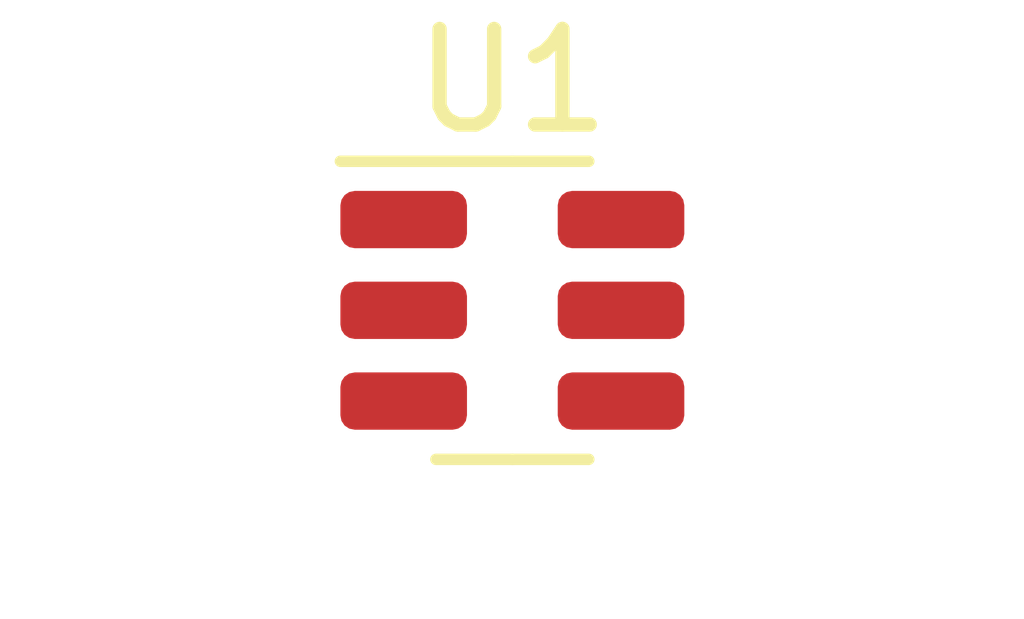
<source format=kicad_pcb>
(kicad_pcb (version 20211014) (generator pcbnew)
  (layers (0 "F.Cu" signal) (31 "B.Cu" signal) (34 "B.Paste" user) (35 "F.Paste" user) (36 "B.SilkS" user "B.Silkscreen") (37 "F.SilkS" user "F.Silkscreen") (38 "B.Mask" user) (39 "F.Mask" user) (44 "Edge.Cuts" user))
  (net 0 "")
  (net 1 "GND")
  (net 2 "Net-(C3-Pad2)")
  (net 3 "VDD")
  (net 4 "Net-(C6-Pad2)")
  (net 5 "Net-(R2-Pad2)")
  (net 6 "Net-(C3-Pad1)")
  (footprint "Package_TO_SOT_SMD:SOT-23-6" (layer "F.Cu") (at 110.4 87.8)
    (fp_text reference "U1" (at 0 -2.4) (layer "F.SilkS"))
    (fp_text value "TPS54202DDC")
    (fp_line (start 0 1.56) (end 0.8 1.56) (layer "F.SilkS") (width 0.12))
    (fp_line (start 0 1.56) (end -0.8 1.56) (layer "F.SilkS") (width 0.12))
    (fp_line (start 0 -1.56) (end 0.8 -1.56) (layer "F.SilkS") (width 0.12))
    (fp_line (start 0 -1.56) (end -1.8 -1.56) (layer "F.SilkS") (width 0.12))
    (pad "1" smd roundrect (at -1.1375 -0.95) (size 1.325 0.6) (layers "F.Cu" "F.Paste" "F.Mask") (net 1 "GND"))
    (pad "2" smd roundrect (at -1.1375 0) (size 1.325 0.6) (layers "F.Cu" "F.Paste" "F.Mask") (net 2 "Net-(C3-Pad2)"))
    (pad "3" smd roundrect (at -1.1375 0.95) (size 1.325 0.6) (layers "F.Cu" "F.Paste" "F.Mask") (net 3 "VDD"))
    (pad "4" smd roundrect (at 1.1375 0.95) (size 1.325 0.6) (layers "F.Cu" "F.Paste" "F.Mask") (net 4 "Net-(C6-Pad2)"))
    (pad "5" smd roundrect (at 1.1375 0) (size 1.325 0.6) (layers "F.Cu" "F.Paste" "F.Mask") (net 5 "Net-(R2-Pad2)"))
    (pad "6" smd roundrect (at 1.1375 -0.95) (size 1.325 0.6) (layers "F.Cu" "F.Paste" "F.Mask") (net 6 "Net-(C3-Pad1)"))
  )
)
</source>
